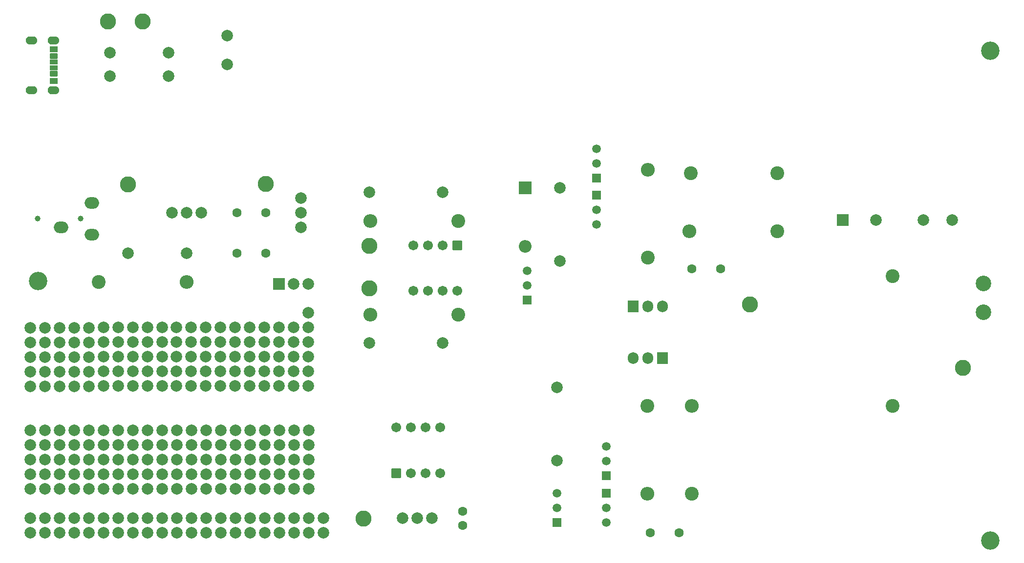
<source format=gbr>
%TF.GenerationSoftware,KiCad,Pcbnew,9.0.4*%
%TF.CreationDate,2025-12-01T10:50:38-05:00*%
%TF.ProjectId,Class D Amplifier V2,436c6173-7320-4442-9041-6d706c696669,rev?*%
%TF.SameCoordinates,Original*%
%TF.FileFunction,Soldermask,Top*%
%TF.FilePolarity,Negative*%
%FSLAX46Y46*%
G04 Gerber Fmt 4.6, Leading zero omitted, Abs format (unit mm)*
G04 Created by KiCad (PCBNEW 9.0.4) date 2025-12-01 10:50:38*
%MOMM*%
%LPD*%
G01*
G04 APERTURE LIST*
G04 Aperture macros list*
%AMRoundRect*
0 Rectangle with rounded corners*
0 $1 Rounding radius*
0 $2 $3 $4 $5 $6 $7 $8 $9 X,Y pos of 4 corners*
0 Add a 4 corners polygon primitive as box body*
4,1,4,$2,$3,$4,$5,$6,$7,$8,$9,$2,$3,0*
0 Add four circle primitives for the rounded corners*
1,1,$1+$1,$2,$3*
1,1,$1+$1,$4,$5*
1,1,$1+$1,$6,$7*
1,1,$1+$1,$8,$9*
0 Add four rect primitives between the rounded corners*
20,1,$1+$1,$2,$3,$4,$5,0*
20,1,$1+$1,$4,$5,$6,$7,0*
20,1,$1+$1,$6,$7,$8,$9,0*
20,1,$1+$1,$8,$9,$2,$3,0*%
G04 Aperture macros list end*
%ADD10C,0.010000*%
%ADD11C,2.400000*%
%ADD12O,2.400000X2.400000*%
%ADD13C,2.000000*%
%ADD14R,1.500000X1.500000*%
%ADD15C,1.500000*%
%ADD16RoundRect,0.102000X-0.750000X0.750000X-0.750000X-0.750000X0.750000X-0.750000X0.750000X0.750000X0*%
%ADD17C,1.704000*%
%ADD18C,3.200000*%
%ADD19C,2.800000*%
%ADD20R,2.200000X2.200000*%
%ADD21O,2.200000X2.200000*%
%ADD22R,2.000000X2.000000*%
%ADD23C,1.600000*%
%ADD24RoundRect,0.102000X-0.600000X0.350000X-0.600000X-0.350000X0.600000X-0.350000X0.600000X0.350000X0*%
%ADD25RoundRect,0.102000X-0.600000X0.380000X-0.600000X-0.380000X0.600000X-0.380000X0.600000X0.380000X0*%
%ADD26RoundRect,0.102000X-0.600000X0.400000X-0.600000X-0.400000X0.600000X-0.400000X0.600000X0.400000X0*%
%ADD27C,0.990600*%
%ADD28O,2.500000X2.000000*%
%ADD29C,2.704000*%
%ADD30RoundRect,0.102000X0.750000X-0.750000X0.750000X0.750000X-0.750000X0.750000X-0.750000X-0.750000X0*%
%ADD31R,1.905000X2.000000*%
%ADD32O,1.905000X2.000000*%
G04 APERTURE END LIST*
D10*
%TO.C,J2*%
X4129000Y-7545000D02*
X4163000Y-7548000D01*
X4197000Y-7552000D01*
X4230000Y-7558000D01*
X4263000Y-7566000D01*
X4296000Y-7576000D01*
X4328000Y-7587000D01*
X4359000Y-7600000D01*
X4390000Y-7615000D01*
X4420000Y-7631000D01*
X4449000Y-7649000D01*
X4477000Y-7668000D01*
X4504000Y-7689000D01*
X4530000Y-7711000D01*
X4555000Y-7734000D01*
X4578000Y-7759000D01*
X4600000Y-7785000D01*
X4621000Y-7812000D01*
X4640000Y-7840000D01*
X4658000Y-7869000D01*
X4674000Y-7899000D01*
X4689000Y-7930000D01*
X4702000Y-7961000D01*
X4713000Y-7993000D01*
X4723000Y-8026000D01*
X4731000Y-8059000D01*
X4737000Y-8092000D01*
X4741000Y-8126000D01*
X4744000Y-8160000D01*
X4745000Y-8194000D01*
X4744000Y-8228000D01*
X4741000Y-8262000D01*
X4737000Y-8296000D01*
X4731000Y-8329000D01*
X4723000Y-8362000D01*
X4713000Y-8395000D01*
X4702000Y-8427000D01*
X4689000Y-8458000D01*
X4674000Y-8489000D01*
X4658000Y-8519000D01*
X4640000Y-8548000D01*
X4621000Y-8576000D01*
X4600000Y-8603000D01*
X4578000Y-8629000D01*
X4555000Y-8654000D01*
X4530000Y-8677000D01*
X4504000Y-8699000D01*
X4477000Y-8720000D01*
X4449000Y-8739000D01*
X4420000Y-8757000D01*
X4390000Y-8773000D01*
X4359000Y-8788000D01*
X4328000Y-8801000D01*
X4296000Y-8812000D01*
X4263000Y-8822000D01*
X4230000Y-8830000D01*
X4197000Y-8836000D01*
X4163000Y-8840000D01*
X4129000Y-8843000D01*
X4095000Y-8844000D01*
X3495000Y-8844000D01*
X3461000Y-8843000D01*
X3427000Y-8840000D01*
X3393000Y-8836000D01*
X3360000Y-8830000D01*
X3327000Y-8822000D01*
X3294000Y-8812000D01*
X3262000Y-8801000D01*
X3231000Y-8788000D01*
X3200000Y-8773000D01*
X3170000Y-8757000D01*
X3141000Y-8739000D01*
X3113000Y-8720000D01*
X3086000Y-8699000D01*
X3060000Y-8677000D01*
X3035000Y-8654000D01*
X3012000Y-8629000D01*
X2990000Y-8603000D01*
X2969000Y-8576000D01*
X2950000Y-8548000D01*
X2932000Y-8519000D01*
X2916000Y-8489000D01*
X2901000Y-8458000D01*
X2888000Y-8427000D01*
X2877000Y-8395000D01*
X2867000Y-8362000D01*
X2859000Y-8329000D01*
X2853000Y-8296000D01*
X2849000Y-8262000D01*
X2846000Y-8228000D01*
X2845000Y-8194000D01*
X2846000Y-8160000D01*
X2849000Y-8126000D01*
X2853000Y-8092000D01*
X2859000Y-8059000D01*
X2867000Y-8026000D01*
X2877000Y-7993000D01*
X2888000Y-7961000D01*
X2901000Y-7930000D01*
X2916000Y-7899000D01*
X2932000Y-7869000D01*
X2950000Y-7840000D01*
X2969000Y-7812000D01*
X2990000Y-7785000D01*
X3012000Y-7759000D01*
X3035000Y-7734000D01*
X3060000Y-7711000D01*
X3086000Y-7689000D01*
X3113000Y-7668000D01*
X3141000Y-7649000D01*
X3170000Y-7631000D01*
X3200000Y-7615000D01*
X3231000Y-7600000D01*
X3262000Y-7587000D01*
X3294000Y-7576000D01*
X3327000Y-7566000D01*
X3360000Y-7558000D01*
X3393000Y-7552000D01*
X3427000Y-7548000D01*
X3461000Y-7545000D01*
X3495000Y-7544000D01*
X4095000Y-7544000D01*
X4129000Y-7545000D01*
G36*
X4129000Y-7545000D02*
G01*
X4163000Y-7548000D01*
X4197000Y-7552000D01*
X4230000Y-7558000D01*
X4263000Y-7566000D01*
X4296000Y-7576000D01*
X4328000Y-7587000D01*
X4359000Y-7600000D01*
X4390000Y-7615000D01*
X4420000Y-7631000D01*
X4449000Y-7649000D01*
X4477000Y-7668000D01*
X4504000Y-7689000D01*
X4530000Y-7711000D01*
X4555000Y-7734000D01*
X4578000Y-7759000D01*
X4600000Y-7785000D01*
X4621000Y-7812000D01*
X4640000Y-7840000D01*
X4658000Y-7869000D01*
X4674000Y-7899000D01*
X4689000Y-7930000D01*
X4702000Y-7961000D01*
X4713000Y-7993000D01*
X4723000Y-8026000D01*
X4731000Y-8059000D01*
X4737000Y-8092000D01*
X4741000Y-8126000D01*
X4744000Y-8160000D01*
X4745000Y-8194000D01*
X4744000Y-8228000D01*
X4741000Y-8262000D01*
X4737000Y-8296000D01*
X4731000Y-8329000D01*
X4723000Y-8362000D01*
X4713000Y-8395000D01*
X4702000Y-8427000D01*
X4689000Y-8458000D01*
X4674000Y-8489000D01*
X4658000Y-8519000D01*
X4640000Y-8548000D01*
X4621000Y-8576000D01*
X4600000Y-8603000D01*
X4578000Y-8629000D01*
X4555000Y-8654000D01*
X4530000Y-8677000D01*
X4504000Y-8699000D01*
X4477000Y-8720000D01*
X4449000Y-8739000D01*
X4420000Y-8757000D01*
X4390000Y-8773000D01*
X4359000Y-8788000D01*
X4328000Y-8801000D01*
X4296000Y-8812000D01*
X4263000Y-8822000D01*
X4230000Y-8830000D01*
X4197000Y-8836000D01*
X4163000Y-8840000D01*
X4129000Y-8843000D01*
X4095000Y-8844000D01*
X3495000Y-8844000D01*
X3461000Y-8843000D01*
X3427000Y-8840000D01*
X3393000Y-8836000D01*
X3360000Y-8830000D01*
X3327000Y-8822000D01*
X3294000Y-8812000D01*
X3262000Y-8801000D01*
X3231000Y-8788000D01*
X3200000Y-8773000D01*
X3170000Y-8757000D01*
X3141000Y-8739000D01*
X3113000Y-8720000D01*
X3086000Y-8699000D01*
X3060000Y-8677000D01*
X3035000Y-8654000D01*
X3012000Y-8629000D01*
X2990000Y-8603000D01*
X2969000Y-8576000D01*
X2950000Y-8548000D01*
X2932000Y-8519000D01*
X2916000Y-8489000D01*
X2901000Y-8458000D01*
X2888000Y-8427000D01*
X2877000Y-8395000D01*
X2867000Y-8362000D01*
X2859000Y-8329000D01*
X2853000Y-8296000D01*
X2849000Y-8262000D01*
X2846000Y-8228000D01*
X2845000Y-8194000D01*
X2846000Y-8160000D01*
X2849000Y-8126000D01*
X2853000Y-8092000D01*
X2859000Y-8059000D01*
X2867000Y-8026000D01*
X2877000Y-7993000D01*
X2888000Y-7961000D01*
X2901000Y-7930000D01*
X2916000Y-7899000D01*
X2932000Y-7869000D01*
X2950000Y-7840000D01*
X2969000Y-7812000D01*
X2990000Y-7785000D01*
X3012000Y-7759000D01*
X3035000Y-7734000D01*
X3060000Y-7711000D01*
X3086000Y-7689000D01*
X3113000Y-7668000D01*
X3141000Y-7649000D01*
X3170000Y-7631000D01*
X3200000Y-7615000D01*
X3231000Y-7600000D01*
X3262000Y-7587000D01*
X3294000Y-7576000D01*
X3327000Y-7566000D01*
X3360000Y-7558000D01*
X3393000Y-7552000D01*
X3427000Y-7548000D01*
X3461000Y-7545000D01*
X3495000Y-7544000D01*
X4095000Y-7544000D01*
X4129000Y-7545000D01*
G37*
X4129000Y-16185000D02*
X4163000Y-16188000D01*
X4197000Y-16192000D01*
X4230000Y-16198000D01*
X4263000Y-16206000D01*
X4296000Y-16216000D01*
X4328000Y-16227000D01*
X4359000Y-16240000D01*
X4390000Y-16255000D01*
X4420000Y-16271000D01*
X4449000Y-16289000D01*
X4477000Y-16308000D01*
X4504000Y-16329000D01*
X4530000Y-16351000D01*
X4555000Y-16374000D01*
X4578000Y-16399000D01*
X4600000Y-16425000D01*
X4621000Y-16452000D01*
X4640000Y-16480000D01*
X4658000Y-16509000D01*
X4674000Y-16539000D01*
X4689000Y-16570000D01*
X4702000Y-16601000D01*
X4713000Y-16633000D01*
X4723000Y-16666000D01*
X4731000Y-16699000D01*
X4737000Y-16732000D01*
X4741000Y-16766000D01*
X4744000Y-16800000D01*
X4745000Y-16834000D01*
X4744000Y-16868000D01*
X4741000Y-16902000D01*
X4737000Y-16936000D01*
X4731000Y-16969000D01*
X4723000Y-17002000D01*
X4713000Y-17035000D01*
X4702000Y-17067000D01*
X4689000Y-17098000D01*
X4674000Y-17129000D01*
X4658000Y-17159000D01*
X4640000Y-17188000D01*
X4621000Y-17216000D01*
X4600000Y-17243000D01*
X4578000Y-17269000D01*
X4555000Y-17294000D01*
X4530000Y-17317000D01*
X4504000Y-17339000D01*
X4477000Y-17360000D01*
X4449000Y-17379000D01*
X4420000Y-17397000D01*
X4390000Y-17413000D01*
X4359000Y-17428000D01*
X4328000Y-17441000D01*
X4296000Y-17452000D01*
X4263000Y-17462000D01*
X4230000Y-17470000D01*
X4197000Y-17476000D01*
X4163000Y-17480000D01*
X4129000Y-17483000D01*
X4095000Y-17484000D01*
X3495000Y-17484000D01*
X3461000Y-17483000D01*
X3427000Y-17480000D01*
X3393000Y-17476000D01*
X3360000Y-17470000D01*
X3327000Y-17462000D01*
X3294000Y-17452000D01*
X3262000Y-17441000D01*
X3231000Y-17428000D01*
X3200000Y-17413000D01*
X3170000Y-17397000D01*
X3141000Y-17379000D01*
X3113000Y-17360000D01*
X3086000Y-17339000D01*
X3060000Y-17317000D01*
X3035000Y-17294000D01*
X3012000Y-17269000D01*
X2990000Y-17243000D01*
X2969000Y-17216000D01*
X2950000Y-17188000D01*
X2932000Y-17159000D01*
X2916000Y-17129000D01*
X2901000Y-17098000D01*
X2888000Y-17067000D01*
X2877000Y-17035000D01*
X2867000Y-17002000D01*
X2859000Y-16969000D01*
X2853000Y-16936000D01*
X2849000Y-16902000D01*
X2846000Y-16868000D01*
X2845000Y-16834000D01*
X2846000Y-16800000D01*
X2849000Y-16766000D01*
X2853000Y-16732000D01*
X2859000Y-16699000D01*
X2867000Y-16666000D01*
X2877000Y-16633000D01*
X2888000Y-16601000D01*
X2901000Y-16570000D01*
X2916000Y-16539000D01*
X2932000Y-16509000D01*
X2950000Y-16480000D01*
X2969000Y-16452000D01*
X2990000Y-16425000D01*
X3012000Y-16399000D01*
X3035000Y-16374000D01*
X3060000Y-16351000D01*
X3086000Y-16329000D01*
X3113000Y-16308000D01*
X3141000Y-16289000D01*
X3170000Y-16271000D01*
X3200000Y-16255000D01*
X3231000Y-16240000D01*
X3262000Y-16227000D01*
X3294000Y-16216000D01*
X3327000Y-16206000D01*
X3360000Y-16198000D01*
X3393000Y-16192000D01*
X3427000Y-16188000D01*
X3461000Y-16185000D01*
X3495000Y-16184000D01*
X4095000Y-16184000D01*
X4129000Y-16185000D01*
G36*
X4129000Y-16185000D02*
G01*
X4163000Y-16188000D01*
X4197000Y-16192000D01*
X4230000Y-16198000D01*
X4263000Y-16206000D01*
X4296000Y-16216000D01*
X4328000Y-16227000D01*
X4359000Y-16240000D01*
X4390000Y-16255000D01*
X4420000Y-16271000D01*
X4449000Y-16289000D01*
X4477000Y-16308000D01*
X4504000Y-16329000D01*
X4530000Y-16351000D01*
X4555000Y-16374000D01*
X4578000Y-16399000D01*
X4600000Y-16425000D01*
X4621000Y-16452000D01*
X4640000Y-16480000D01*
X4658000Y-16509000D01*
X4674000Y-16539000D01*
X4689000Y-16570000D01*
X4702000Y-16601000D01*
X4713000Y-16633000D01*
X4723000Y-16666000D01*
X4731000Y-16699000D01*
X4737000Y-16732000D01*
X4741000Y-16766000D01*
X4744000Y-16800000D01*
X4745000Y-16834000D01*
X4744000Y-16868000D01*
X4741000Y-16902000D01*
X4737000Y-16936000D01*
X4731000Y-16969000D01*
X4723000Y-17002000D01*
X4713000Y-17035000D01*
X4702000Y-17067000D01*
X4689000Y-17098000D01*
X4674000Y-17129000D01*
X4658000Y-17159000D01*
X4640000Y-17188000D01*
X4621000Y-17216000D01*
X4600000Y-17243000D01*
X4578000Y-17269000D01*
X4555000Y-17294000D01*
X4530000Y-17317000D01*
X4504000Y-17339000D01*
X4477000Y-17360000D01*
X4449000Y-17379000D01*
X4420000Y-17397000D01*
X4390000Y-17413000D01*
X4359000Y-17428000D01*
X4328000Y-17441000D01*
X4296000Y-17452000D01*
X4263000Y-17462000D01*
X4230000Y-17470000D01*
X4197000Y-17476000D01*
X4163000Y-17480000D01*
X4129000Y-17483000D01*
X4095000Y-17484000D01*
X3495000Y-17484000D01*
X3461000Y-17483000D01*
X3427000Y-17480000D01*
X3393000Y-17476000D01*
X3360000Y-17470000D01*
X3327000Y-17462000D01*
X3294000Y-17452000D01*
X3262000Y-17441000D01*
X3231000Y-17428000D01*
X3200000Y-17413000D01*
X3170000Y-17397000D01*
X3141000Y-17379000D01*
X3113000Y-17360000D01*
X3086000Y-17339000D01*
X3060000Y-17317000D01*
X3035000Y-17294000D01*
X3012000Y-17269000D01*
X2990000Y-17243000D01*
X2969000Y-17216000D01*
X2950000Y-17188000D01*
X2932000Y-17159000D01*
X2916000Y-17129000D01*
X2901000Y-17098000D01*
X2888000Y-17067000D01*
X2877000Y-17035000D01*
X2867000Y-17002000D01*
X2859000Y-16969000D01*
X2853000Y-16936000D01*
X2849000Y-16902000D01*
X2846000Y-16868000D01*
X2845000Y-16834000D01*
X2846000Y-16800000D01*
X2849000Y-16766000D01*
X2853000Y-16732000D01*
X2859000Y-16699000D01*
X2867000Y-16666000D01*
X2877000Y-16633000D01*
X2888000Y-16601000D01*
X2901000Y-16570000D01*
X2916000Y-16539000D01*
X2932000Y-16509000D01*
X2950000Y-16480000D01*
X2969000Y-16452000D01*
X2990000Y-16425000D01*
X3012000Y-16399000D01*
X3035000Y-16374000D01*
X3060000Y-16351000D01*
X3086000Y-16329000D01*
X3113000Y-16308000D01*
X3141000Y-16289000D01*
X3170000Y-16271000D01*
X3200000Y-16255000D01*
X3231000Y-16240000D01*
X3262000Y-16227000D01*
X3294000Y-16216000D01*
X3327000Y-16206000D01*
X3360000Y-16198000D01*
X3393000Y-16192000D01*
X3427000Y-16188000D01*
X3461000Y-16185000D01*
X3495000Y-16184000D01*
X4095000Y-16184000D01*
X4129000Y-16185000D01*
G37*
X7929000Y-7545000D02*
X7963000Y-7548000D01*
X7997000Y-7552000D01*
X8030000Y-7558000D01*
X8063000Y-7566000D01*
X8096000Y-7576000D01*
X8128000Y-7587000D01*
X8159000Y-7600000D01*
X8190000Y-7615000D01*
X8220000Y-7631000D01*
X8249000Y-7649000D01*
X8277000Y-7668000D01*
X8304000Y-7689000D01*
X8330000Y-7711000D01*
X8355000Y-7734000D01*
X8378000Y-7759000D01*
X8400000Y-7785000D01*
X8421000Y-7812000D01*
X8440000Y-7840000D01*
X8458000Y-7869000D01*
X8474000Y-7899000D01*
X8489000Y-7930000D01*
X8502000Y-7961000D01*
X8513000Y-7993000D01*
X8523000Y-8026000D01*
X8531000Y-8059000D01*
X8537000Y-8092000D01*
X8541000Y-8126000D01*
X8544000Y-8160000D01*
X8545000Y-8194000D01*
X8544000Y-8228000D01*
X8541000Y-8262000D01*
X8537000Y-8296000D01*
X8531000Y-8329000D01*
X8523000Y-8362000D01*
X8513000Y-8395000D01*
X8502000Y-8427000D01*
X8489000Y-8458000D01*
X8474000Y-8489000D01*
X8458000Y-8519000D01*
X8440000Y-8548000D01*
X8421000Y-8576000D01*
X8400000Y-8603000D01*
X8378000Y-8629000D01*
X8355000Y-8654000D01*
X8330000Y-8677000D01*
X8304000Y-8699000D01*
X8277000Y-8720000D01*
X8249000Y-8739000D01*
X8220000Y-8757000D01*
X8190000Y-8773000D01*
X8159000Y-8788000D01*
X8128000Y-8801000D01*
X8096000Y-8812000D01*
X8063000Y-8822000D01*
X8030000Y-8830000D01*
X7997000Y-8836000D01*
X7963000Y-8840000D01*
X7929000Y-8843000D01*
X7895000Y-8844000D01*
X7295000Y-8844000D01*
X7261000Y-8843000D01*
X7227000Y-8840000D01*
X7193000Y-8836000D01*
X7160000Y-8830000D01*
X7127000Y-8822000D01*
X7094000Y-8812000D01*
X7062000Y-8801000D01*
X7031000Y-8788000D01*
X7000000Y-8773000D01*
X6970000Y-8757000D01*
X6941000Y-8739000D01*
X6913000Y-8720000D01*
X6886000Y-8699000D01*
X6860000Y-8677000D01*
X6835000Y-8654000D01*
X6812000Y-8629000D01*
X6790000Y-8603000D01*
X6769000Y-8576000D01*
X6750000Y-8548000D01*
X6732000Y-8519000D01*
X6716000Y-8489000D01*
X6701000Y-8458000D01*
X6688000Y-8427000D01*
X6677000Y-8395000D01*
X6667000Y-8362000D01*
X6659000Y-8329000D01*
X6653000Y-8296000D01*
X6649000Y-8262000D01*
X6646000Y-8228000D01*
X6645000Y-8194000D01*
X6646000Y-8160000D01*
X6649000Y-8126000D01*
X6653000Y-8092000D01*
X6659000Y-8059000D01*
X6667000Y-8026000D01*
X6677000Y-7993000D01*
X6688000Y-7961000D01*
X6701000Y-7930000D01*
X6716000Y-7899000D01*
X6732000Y-7869000D01*
X6750000Y-7840000D01*
X6769000Y-7812000D01*
X6790000Y-7785000D01*
X6812000Y-7759000D01*
X6835000Y-7734000D01*
X6860000Y-7711000D01*
X6886000Y-7689000D01*
X6913000Y-7668000D01*
X6941000Y-7649000D01*
X6970000Y-7631000D01*
X7000000Y-7615000D01*
X7031000Y-7600000D01*
X7062000Y-7587000D01*
X7094000Y-7576000D01*
X7127000Y-7566000D01*
X7160000Y-7558000D01*
X7193000Y-7552000D01*
X7227000Y-7548000D01*
X7261000Y-7545000D01*
X7295000Y-7544000D01*
X7895000Y-7544000D01*
X7929000Y-7545000D01*
G36*
X7929000Y-7545000D02*
G01*
X7963000Y-7548000D01*
X7997000Y-7552000D01*
X8030000Y-7558000D01*
X8063000Y-7566000D01*
X8096000Y-7576000D01*
X8128000Y-7587000D01*
X8159000Y-7600000D01*
X8190000Y-7615000D01*
X8220000Y-7631000D01*
X8249000Y-7649000D01*
X8277000Y-7668000D01*
X8304000Y-7689000D01*
X8330000Y-7711000D01*
X8355000Y-7734000D01*
X8378000Y-7759000D01*
X8400000Y-7785000D01*
X8421000Y-7812000D01*
X8440000Y-7840000D01*
X8458000Y-7869000D01*
X8474000Y-7899000D01*
X8489000Y-7930000D01*
X8502000Y-7961000D01*
X8513000Y-7993000D01*
X8523000Y-8026000D01*
X8531000Y-8059000D01*
X8537000Y-8092000D01*
X8541000Y-8126000D01*
X8544000Y-8160000D01*
X8545000Y-8194000D01*
X8544000Y-8228000D01*
X8541000Y-8262000D01*
X8537000Y-8296000D01*
X8531000Y-8329000D01*
X8523000Y-8362000D01*
X8513000Y-8395000D01*
X8502000Y-8427000D01*
X8489000Y-8458000D01*
X8474000Y-8489000D01*
X8458000Y-8519000D01*
X8440000Y-8548000D01*
X8421000Y-8576000D01*
X8400000Y-8603000D01*
X8378000Y-8629000D01*
X8355000Y-8654000D01*
X8330000Y-8677000D01*
X8304000Y-8699000D01*
X8277000Y-8720000D01*
X8249000Y-8739000D01*
X8220000Y-8757000D01*
X8190000Y-8773000D01*
X8159000Y-8788000D01*
X8128000Y-8801000D01*
X8096000Y-8812000D01*
X8063000Y-8822000D01*
X8030000Y-8830000D01*
X7997000Y-8836000D01*
X7963000Y-8840000D01*
X7929000Y-8843000D01*
X7895000Y-8844000D01*
X7295000Y-8844000D01*
X7261000Y-8843000D01*
X7227000Y-8840000D01*
X7193000Y-8836000D01*
X7160000Y-8830000D01*
X7127000Y-8822000D01*
X7094000Y-8812000D01*
X7062000Y-8801000D01*
X7031000Y-8788000D01*
X7000000Y-8773000D01*
X6970000Y-8757000D01*
X6941000Y-8739000D01*
X6913000Y-8720000D01*
X6886000Y-8699000D01*
X6860000Y-8677000D01*
X6835000Y-8654000D01*
X6812000Y-8629000D01*
X6790000Y-8603000D01*
X6769000Y-8576000D01*
X6750000Y-8548000D01*
X6732000Y-8519000D01*
X6716000Y-8489000D01*
X6701000Y-8458000D01*
X6688000Y-8427000D01*
X6677000Y-8395000D01*
X6667000Y-8362000D01*
X6659000Y-8329000D01*
X6653000Y-8296000D01*
X6649000Y-8262000D01*
X6646000Y-8228000D01*
X6645000Y-8194000D01*
X6646000Y-8160000D01*
X6649000Y-8126000D01*
X6653000Y-8092000D01*
X6659000Y-8059000D01*
X6667000Y-8026000D01*
X6677000Y-7993000D01*
X6688000Y-7961000D01*
X6701000Y-7930000D01*
X6716000Y-7899000D01*
X6732000Y-7869000D01*
X6750000Y-7840000D01*
X6769000Y-7812000D01*
X6790000Y-7785000D01*
X6812000Y-7759000D01*
X6835000Y-7734000D01*
X6860000Y-7711000D01*
X6886000Y-7689000D01*
X6913000Y-7668000D01*
X6941000Y-7649000D01*
X6970000Y-7631000D01*
X7000000Y-7615000D01*
X7031000Y-7600000D01*
X7062000Y-7587000D01*
X7094000Y-7576000D01*
X7127000Y-7566000D01*
X7160000Y-7558000D01*
X7193000Y-7552000D01*
X7227000Y-7548000D01*
X7261000Y-7545000D01*
X7295000Y-7544000D01*
X7895000Y-7544000D01*
X7929000Y-7545000D01*
G37*
X7929000Y-16185000D02*
X7963000Y-16188000D01*
X7997000Y-16192000D01*
X8030000Y-16198000D01*
X8063000Y-16206000D01*
X8096000Y-16216000D01*
X8128000Y-16227000D01*
X8159000Y-16240000D01*
X8190000Y-16255000D01*
X8220000Y-16271000D01*
X8249000Y-16289000D01*
X8277000Y-16308000D01*
X8304000Y-16329000D01*
X8330000Y-16351000D01*
X8355000Y-16374000D01*
X8378000Y-16399000D01*
X8400000Y-16425000D01*
X8421000Y-16452000D01*
X8440000Y-16480000D01*
X8458000Y-16509000D01*
X8474000Y-16539000D01*
X8489000Y-16570000D01*
X8502000Y-16601000D01*
X8513000Y-16633000D01*
X8523000Y-16666000D01*
X8531000Y-16699000D01*
X8537000Y-16732000D01*
X8541000Y-16766000D01*
X8544000Y-16800000D01*
X8545000Y-16834000D01*
X8544000Y-16868000D01*
X8541000Y-16902000D01*
X8537000Y-16936000D01*
X8531000Y-16969000D01*
X8523000Y-17002000D01*
X8513000Y-17035000D01*
X8502000Y-17067000D01*
X8489000Y-17098000D01*
X8474000Y-17129000D01*
X8458000Y-17159000D01*
X8440000Y-17188000D01*
X8421000Y-17216000D01*
X8400000Y-17243000D01*
X8378000Y-17269000D01*
X8355000Y-17294000D01*
X8330000Y-17317000D01*
X8304000Y-17339000D01*
X8277000Y-17360000D01*
X8249000Y-17379000D01*
X8220000Y-17397000D01*
X8190000Y-17413000D01*
X8159000Y-17428000D01*
X8128000Y-17441000D01*
X8096000Y-17452000D01*
X8063000Y-17462000D01*
X8030000Y-17470000D01*
X7997000Y-17476000D01*
X7963000Y-17480000D01*
X7929000Y-17483000D01*
X7895000Y-17484000D01*
X7295000Y-17484000D01*
X7261000Y-17483000D01*
X7227000Y-17480000D01*
X7193000Y-17476000D01*
X7160000Y-17470000D01*
X7127000Y-17462000D01*
X7094000Y-17452000D01*
X7062000Y-17441000D01*
X7031000Y-17428000D01*
X7000000Y-17413000D01*
X6970000Y-17397000D01*
X6941000Y-17379000D01*
X6913000Y-17360000D01*
X6886000Y-17339000D01*
X6860000Y-17317000D01*
X6835000Y-17294000D01*
X6812000Y-17269000D01*
X6790000Y-17243000D01*
X6769000Y-17216000D01*
X6750000Y-17188000D01*
X6732000Y-17159000D01*
X6716000Y-17129000D01*
X6701000Y-17098000D01*
X6688000Y-17067000D01*
X6677000Y-17035000D01*
X6667000Y-17002000D01*
X6659000Y-16969000D01*
X6653000Y-16936000D01*
X6649000Y-16902000D01*
X6646000Y-16868000D01*
X6645000Y-16834000D01*
X6646000Y-16800000D01*
X6649000Y-16766000D01*
X6653000Y-16732000D01*
X6659000Y-16699000D01*
X6667000Y-16666000D01*
X6677000Y-16633000D01*
X6688000Y-16601000D01*
X6701000Y-16570000D01*
X6716000Y-16539000D01*
X6732000Y-16509000D01*
X6750000Y-16480000D01*
X6769000Y-16452000D01*
X6790000Y-16425000D01*
X6812000Y-16399000D01*
X6835000Y-16374000D01*
X6860000Y-16351000D01*
X6886000Y-16329000D01*
X6913000Y-16308000D01*
X6941000Y-16289000D01*
X6970000Y-16271000D01*
X7000000Y-16255000D01*
X7031000Y-16240000D01*
X7062000Y-16227000D01*
X7094000Y-16216000D01*
X7127000Y-16206000D01*
X7160000Y-16198000D01*
X7193000Y-16192000D01*
X7227000Y-16188000D01*
X7261000Y-16185000D01*
X7295000Y-16184000D01*
X7895000Y-16184000D01*
X7929000Y-16185000D01*
G36*
X7929000Y-16185000D02*
G01*
X7963000Y-16188000D01*
X7997000Y-16192000D01*
X8030000Y-16198000D01*
X8063000Y-16206000D01*
X8096000Y-16216000D01*
X8128000Y-16227000D01*
X8159000Y-16240000D01*
X8190000Y-16255000D01*
X8220000Y-16271000D01*
X8249000Y-16289000D01*
X8277000Y-16308000D01*
X8304000Y-16329000D01*
X8330000Y-16351000D01*
X8355000Y-16374000D01*
X8378000Y-16399000D01*
X8400000Y-16425000D01*
X8421000Y-16452000D01*
X8440000Y-16480000D01*
X8458000Y-16509000D01*
X8474000Y-16539000D01*
X8489000Y-16570000D01*
X8502000Y-16601000D01*
X8513000Y-16633000D01*
X8523000Y-16666000D01*
X8531000Y-16699000D01*
X8537000Y-16732000D01*
X8541000Y-16766000D01*
X8544000Y-16800000D01*
X8545000Y-16834000D01*
X8544000Y-16868000D01*
X8541000Y-16902000D01*
X8537000Y-16936000D01*
X8531000Y-16969000D01*
X8523000Y-17002000D01*
X8513000Y-17035000D01*
X8502000Y-17067000D01*
X8489000Y-17098000D01*
X8474000Y-17129000D01*
X8458000Y-17159000D01*
X8440000Y-17188000D01*
X8421000Y-17216000D01*
X8400000Y-17243000D01*
X8378000Y-17269000D01*
X8355000Y-17294000D01*
X8330000Y-17317000D01*
X8304000Y-17339000D01*
X8277000Y-17360000D01*
X8249000Y-17379000D01*
X8220000Y-17397000D01*
X8190000Y-17413000D01*
X8159000Y-17428000D01*
X8128000Y-17441000D01*
X8096000Y-17452000D01*
X8063000Y-17462000D01*
X8030000Y-17470000D01*
X7997000Y-17476000D01*
X7963000Y-17480000D01*
X7929000Y-17483000D01*
X7895000Y-17484000D01*
X7295000Y-17484000D01*
X7261000Y-17483000D01*
X7227000Y-17480000D01*
X7193000Y-17476000D01*
X7160000Y-17470000D01*
X7127000Y-17462000D01*
X7094000Y-17452000D01*
X7062000Y-17441000D01*
X7031000Y-17428000D01*
X7000000Y-17413000D01*
X6970000Y-17397000D01*
X6941000Y-17379000D01*
X6913000Y-17360000D01*
X6886000Y-17339000D01*
X6860000Y-17317000D01*
X6835000Y-17294000D01*
X6812000Y-17269000D01*
X6790000Y-17243000D01*
X6769000Y-17216000D01*
X6750000Y-17188000D01*
X6732000Y-17159000D01*
X6716000Y-17129000D01*
X6701000Y-17098000D01*
X6688000Y-17067000D01*
X6677000Y-17035000D01*
X6667000Y-17002000D01*
X6659000Y-16969000D01*
X6653000Y-16936000D01*
X6649000Y-16902000D01*
X6646000Y-16868000D01*
X6645000Y-16834000D01*
X6646000Y-16800000D01*
X6649000Y-16766000D01*
X6653000Y-16732000D01*
X6659000Y-16699000D01*
X6667000Y-16666000D01*
X6677000Y-16633000D01*
X6688000Y-16601000D01*
X6701000Y-16570000D01*
X6716000Y-16539000D01*
X6732000Y-16509000D01*
X6750000Y-16480000D01*
X6769000Y-16452000D01*
X6790000Y-16425000D01*
X6812000Y-16399000D01*
X6835000Y-16374000D01*
X6860000Y-16351000D01*
X6886000Y-16329000D01*
X6913000Y-16308000D01*
X6941000Y-16289000D01*
X6970000Y-16271000D01*
X7000000Y-16255000D01*
X7031000Y-16240000D01*
X7062000Y-16227000D01*
X7094000Y-16216000D01*
X7127000Y-16206000D01*
X7160000Y-16198000D01*
X7193000Y-16192000D01*
X7227000Y-16188000D01*
X7261000Y-16185000D01*
X7295000Y-16184000D01*
X7895000Y-16184000D01*
X7929000Y-16185000D01*
G37*
%TD*%
D11*
%TO.C,R13*%
X133080000Y-41330000D03*
D12*
X117840000Y-41330000D03*
%TD*%
D13*
%TO.C,R10*%
X94940000Y-68480000D03*
X94940000Y-81180000D03*
%TD*%
D14*
%TO.C,Q6*%
X103440000Y-86790000D03*
D15*
X103440000Y-89330000D03*
X103440000Y-91870000D03*
%TD*%
D16*
%TO.C,U1*%
X77610000Y-43767500D03*
D17*
X75070000Y-43767500D03*
X72530000Y-43767500D03*
X69990000Y-43767500D03*
X69990000Y-51707500D03*
X72530000Y-51707500D03*
X75070000Y-51707500D03*
X77610000Y-51707500D03*
%TD*%
D14*
%TO.C,Q5*%
X103440000Y-83790000D03*
D15*
X103440000Y-81250000D03*
X103440000Y-78710000D03*
%TD*%
D18*
%TO.C,M3*%
X170000000Y-95000000D03*
%TD*%
D13*
%TO.C,R1*%
X30700000Y-45150000D03*
X20540000Y-45150000D03*
%TD*%
D19*
%TO.C,TP5*%
X62425000Y-51232500D03*
%TD*%
D20*
%TO.C,D1*%
X89440000Y-33850000D03*
D21*
X89440000Y-44010000D03*
%TD*%
D13*
%TO.C,R3*%
X17415000Y-14444000D03*
X27575000Y-14444000D03*
%TD*%
%TO.C,C3*%
X37745000Y-7390000D03*
X37745000Y-12390000D03*
%TD*%
D14*
%TO.C,Q3*%
X101790000Y-32100000D03*
D15*
X101790000Y-29560000D03*
X101790000Y-27020000D03*
%TD*%
D22*
%TO.C,SW1*%
X46750000Y-50470000D03*
D13*
X49290000Y-50470000D03*
X51830000Y-50470000D03*
%TD*%
D11*
%TO.C,R7*%
X77810000Y-39557500D03*
D12*
X62570000Y-39557500D03*
%TD*%
D23*
%TO.C,C2*%
X78600000Y-89930000D03*
X78600000Y-92430000D03*
%TD*%
D19*
%TO.C,TP8*%
X17065000Y-4970000D03*
%TD*%
%TO.C,TP9*%
X23065000Y-4970000D03*
%TD*%
D11*
%TO.C,R8*%
X77810000Y-55807500D03*
D12*
X62570000Y-55807500D03*
%TD*%
D11*
%TO.C,R11*%
X110580000Y-71700000D03*
D12*
X110580000Y-86940000D03*
%TD*%
D18*
%TO.C,M3*%
X170000000Y-10000000D03*
%TD*%
D13*
%TO.C,*%
X54410000Y-91110000D03*
%TD*%
D18*
%TO.C,M3*%
X5000000Y-50000000D03*
%TD*%
D24*
%TO.C,J2*%
X7675000Y-12014000D03*
D25*
X7675000Y-14034000D03*
D26*
X7675000Y-15264000D03*
D24*
X7675000Y-13014000D03*
D25*
X7675000Y-10994000D03*
D26*
X7675000Y-9764000D03*
%TD*%
D27*
%TO.C,J1*%
X4890000Y-39180076D03*
X12390000Y-39180076D03*
D28*
X8990000Y-40680200D03*
X14290002Y-36430018D03*
X14290002Y-41930017D03*
%TD*%
D13*
%TO.C,R6*%
X75090000Y-60707500D03*
X62390000Y-60707500D03*
%TD*%
D19*
%TO.C,TP1*%
X20540000Y-33260000D03*
%TD*%
%TO.C,TP7*%
X165270000Y-65040000D03*
%TD*%
D11*
%TO.C,R14*%
X118240000Y-86910000D03*
D12*
X118240000Y-71670000D03*
%TD*%
D13*
%TO.C,*%
X54410000Y-93650000D03*
%TD*%
D14*
%TO.C,Q4*%
X101790000Y-35100000D03*
D15*
X101790000Y-37640000D03*
X101790000Y-40180000D03*
%TD*%
D13*
%TO.C,RV3*%
X68150000Y-91170000D03*
X70690000Y-91170000D03*
X73230000Y-91170000D03*
%TD*%
D23*
%TO.C,C6*%
X116040000Y-93690000D03*
X111040000Y-93690000D03*
%TD*%
D29*
%TO.C,LS1*%
X168840000Y-55390000D03*
X168840000Y-50390000D03*
%TD*%
D11*
%TO.C,R4*%
X15460000Y-50150000D03*
D12*
X30700000Y-50150000D03*
%TD*%
D23*
%TO.C,C1*%
X44430000Y-38150000D03*
X39430000Y-38150000D03*
%TD*%
D13*
%TO.C,Custom Development Area*%
X3610000Y-58090000D03*
X3610000Y-60630000D03*
X3610000Y-63170000D03*
X3610000Y-65710000D03*
X3610000Y-68250000D03*
X3610000Y-75870000D03*
X3610000Y-78410000D03*
X3610000Y-80950000D03*
X3610000Y-83490000D03*
X3610000Y-86030000D03*
X3610000Y-91110000D03*
X3610000Y-93650000D03*
X6150000Y-58090000D03*
X6150000Y-60630000D03*
X6150000Y-63170000D03*
X6150000Y-65710000D03*
X6150000Y-68250000D03*
X6150000Y-75870000D03*
X6150000Y-78410000D03*
X6150000Y-80950000D03*
X6150000Y-83490000D03*
X6150000Y-86030000D03*
X6150000Y-91110000D03*
X6150000Y-93650000D03*
X8690000Y-58090000D03*
X8690000Y-60630000D03*
X8690000Y-63170000D03*
X8690000Y-65710000D03*
X8690000Y-68250000D03*
X8690000Y-75870000D03*
X8690000Y-78410000D03*
X8690000Y-80950000D03*
X8690000Y-83490000D03*
X8690000Y-86030000D03*
X8690000Y-91110000D03*
X8690000Y-93650000D03*
X11230000Y-58090000D03*
X11230000Y-60630000D03*
X11230000Y-63170000D03*
X11230000Y-65710000D03*
X11230000Y-68250000D03*
X11230000Y-75870000D03*
X11230000Y-78410000D03*
X11230000Y-80950000D03*
X11230000Y-83490000D03*
X11230000Y-86030000D03*
X11230000Y-91110000D03*
X11230000Y-93650000D03*
X13770000Y-58090000D03*
X13770000Y-60630000D03*
X13770000Y-63170000D03*
X13770000Y-65710000D03*
X13770000Y-68250000D03*
X13770000Y-75870000D03*
X13770000Y-78410000D03*
X13770000Y-80950000D03*
X13770000Y-83490000D03*
X13770000Y-86030000D03*
X13770000Y-91110000D03*
X13770000Y-93650000D03*
X16310000Y-58070000D03*
X16310000Y-60610000D03*
X16310000Y-63150000D03*
X16310000Y-65690000D03*
X16310000Y-68230000D03*
X16310000Y-75870000D03*
X16310000Y-78410000D03*
X16310000Y-80950000D03*
X16310000Y-83490000D03*
X16310000Y-86030000D03*
X16310000Y-91110000D03*
X16310000Y-93650000D03*
X18850000Y-58070000D03*
X18850000Y-60610000D03*
X18850000Y-63150000D03*
X18850000Y-65690000D03*
X18850000Y-68230000D03*
X18850000Y-75870000D03*
X18850000Y-78410000D03*
X18850000Y-80950000D03*
X18850000Y-83490000D03*
X18850000Y-86030000D03*
X18850000Y-91110000D03*
X18850000Y-93650000D03*
X21390000Y-58070000D03*
X21390000Y-60610000D03*
X21390000Y-63150000D03*
X21390000Y-65690000D03*
X21390000Y-68230000D03*
X21390000Y-75870000D03*
X21390000Y-78410000D03*
X21390000Y-80950000D03*
X21390000Y-83490000D03*
X21390000Y-86030000D03*
X21390000Y-91110000D03*
X21390000Y-93650000D03*
X23930000Y-58070000D03*
X23930000Y-60610000D03*
X23930000Y-63150000D03*
X23930000Y-65690000D03*
X23930000Y-68230000D03*
X23930000Y-75870000D03*
X23930000Y-78410000D03*
X23930000Y-80950000D03*
X23930000Y-83490000D03*
X23930000Y-86030000D03*
X23930000Y-91110000D03*
X23930000Y-93650000D03*
X26470000Y-58070000D03*
X26470000Y-60610000D03*
X26470000Y-63150000D03*
X26470000Y-65690000D03*
X26470000Y-68230000D03*
X26470000Y-75870000D03*
X26470000Y-78410000D03*
X26470000Y-80950000D03*
X26470000Y-83490000D03*
X26470000Y-86030000D03*
X26470000Y-91110000D03*
X26470000Y-93650000D03*
X28960000Y-58070000D03*
X28960000Y-60610000D03*
X28960000Y-63150000D03*
X28960000Y-65690000D03*
X28960000Y-68230000D03*
X29010000Y-75870000D03*
X29010000Y-78410000D03*
X29010000Y-80950000D03*
X29010000Y-83490000D03*
X29010000Y-86030000D03*
X29010000Y-91110000D03*
X29010000Y-93650000D03*
X31500000Y-58070000D03*
X31500000Y-60610000D03*
X31500000Y-63150000D03*
X31500000Y-65690000D03*
X31500000Y-68230000D03*
X31550000Y-75870000D03*
X31550000Y-78410000D03*
X31550000Y-80950000D03*
X31550000Y-83490000D03*
X31550000Y-86030000D03*
X31550000Y-91110000D03*
X31550000Y-93650000D03*
X34040000Y-58070000D03*
X34040000Y-60610000D03*
X34040000Y-63150000D03*
X34040000Y-65690000D03*
X34040000Y-68230000D03*
X34090000Y-75870000D03*
X34090000Y-78410000D03*
X34090000Y-80950000D03*
X34090000Y-83490000D03*
X34090000Y-86030000D03*
X34090000Y-91110000D03*
X34090000Y-93650000D03*
X36580000Y-58070000D03*
X36580000Y-60610000D03*
X36580000Y-63150000D03*
X36580000Y-65690000D03*
X36580000Y-68230000D03*
X36630000Y-75870000D03*
X36630000Y-78410000D03*
X36630000Y-80950000D03*
X36630000Y-83490000D03*
X36630000Y-86030000D03*
X36630000Y-91110000D03*
X36630000Y-93650000D03*
X39120000Y-58070000D03*
X39120000Y-60610000D03*
X39120000Y-63150000D03*
X39120000Y-65690000D03*
X39120000Y-68230000D03*
X39170000Y-75870000D03*
X39170000Y-78410000D03*
X39170000Y-80950000D03*
X39170000Y-83490000D03*
X39170000Y-86030000D03*
X39170000Y-91110000D03*
X39170000Y-93650000D03*
X41660000Y-58050000D03*
X41660000Y-60590000D03*
X41660000Y-63130000D03*
X41660000Y-65670000D03*
X41660000Y-68210000D03*
X41710000Y-75870000D03*
X41710000Y-78410000D03*
X41710000Y-80950000D03*
X41710000Y-83490000D03*
X41710000Y-86030000D03*
X41710000Y-91110000D03*
X41710000Y-93650000D03*
X44200000Y-58050000D03*
X44200000Y-60590000D03*
X44200000Y-63130000D03*
X44200000Y-65670000D03*
X44200000Y-68210000D03*
X44250000Y-75870000D03*
X44250000Y-78410000D03*
X44250000Y-80950000D03*
X44250000Y-83490000D03*
X44250000Y-86030000D03*
X44250000Y-91110000D03*
X44250000Y-93650000D03*
X46740000Y-58050000D03*
X46740000Y-60590000D03*
X46740000Y-63130000D03*
X46740000Y-65670000D03*
X46740000Y-68210000D03*
X46790000Y-75870000D03*
X46790000Y-78410000D03*
X46790000Y-80950000D03*
X46790000Y-83490000D03*
X46790000Y-86030000D03*
X46790000Y-91110000D03*
X46790000Y-93650000D03*
X49280000Y-58050000D03*
X49280000Y-60590000D03*
X49280000Y-63130000D03*
X49280000Y-65670000D03*
X49280000Y-68210000D03*
X49330000Y-75870000D03*
X49330000Y-78410000D03*
X49330000Y-80950000D03*
X49330000Y-83490000D03*
X49330000Y-86030000D03*
X49330000Y-91110000D03*
X49330000Y-93650000D03*
X51820000Y-58050000D03*
X51820000Y-60590000D03*
X51820000Y-63130000D03*
X51820000Y-65670000D03*
X51820000Y-68210000D03*
X51870000Y-75870000D03*
X51870000Y-78410000D03*
X51870000Y-80950000D03*
X51870000Y-83490000D03*
X51870000Y-86030000D03*
X51870000Y-91110000D03*
X51870000Y-93650000D03*
%TD*%
D19*
%TO.C,TP2*%
X44430000Y-33150000D03*
%TD*%
D13*
%TO.C,RV2*%
X50520000Y-40700000D03*
X50520000Y-38160000D03*
X50520000Y-35620000D03*
%TD*%
%TO.C,C9*%
X158420000Y-39390000D03*
X163420000Y-39390000D03*
%TD*%
%TO.C,*%
X51820000Y-55510000D03*
%TD*%
D23*
%TO.C,C5*%
X123240000Y-47880000D03*
X118240000Y-47880000D03*
%TD*%
D13*
%TO.C,R2*%
X17415000Y-10394000D03*
X27575000Y-10394000D03*
%TD*%
D19*
%TO.C,TP3*%
X61410000Y-91190000D03*
%TD*%
D13*
%TO.C,RV1*%
X33240000Y-38140000D03*
X30700000Y-38140000D03*
X28160000Y-38140000D03*
%TD*%
D22*
%TO.C,L1*%
X144408800Y-39380000D03*
D13*
X150200000Y-39380000D03*
%TD*%
D30*
%TO.C,U2*%
X67020000Y-83350000D03*
D17*
X69560000Y-83350000D03*
X72100000Y-83350000D03*
X74640000Y-83350000D03*
X74640000Y-75410000D03*
X72100000Y-75410000D03*
X69560000Y-75410000D03*
X69560000Y-75410000D03*
X67020000Y-75410000D03*
%TD*%
D14*
%TO.C,Q2*%
X94940000Y-91867500D03*
D15*
X94940000Y-89327500D03*
X94940000Y-86787500D03*
%TD*%
D19*
%TO.C,TP6*%
X128340000Y-54080000D03*
%TD*%
D14*
%TO.C,Q1*%
X89740000Y-53280000D03*
D15*
X89740000Y-50740000D03*
X89740000Y-48200000D03*
%TD*%
D13*
%TO.C,R5*%
X75090000Y-34607500D03*
X62390000Y-34607500D03*
%TD*%
D11*
%TO.C,R12*%
X110640000Y-45950000D03*
D12*
X110640000Y-30710000D03*
%TD*%
D31*
%TO.C,Q7*%
X108100000Y-54430000D03*
D32*
X110640000Y-54430000D03*
X113180000Y-54430000D03*
%TD*%
D31*
%TO.C,Q8*%
X113180000Y-63327500D03*
D32*
X110640000Y-63327500D03*
X108100000Y-63327500D03*
%TD*%
D23*
%TO.C,C4*%
X39430000Y-45150000D03*
X44430000Y-45150000D03*
%TD*%
D19*
%TO.C,TP4*%
X62425000Y-43932500D03*
%TD*%
D11*
%TO.C,C7*%
X118080000Y-31280000D03*
X133080000Y-31280000D03*
%TD*%
D13*
%TO.C,R9*%
X95440000Y-33830000D03*
X95440000Y-46530000D03*
%TD*%
D11*
%TO.C,C8*%
X153080000Y-49160000D03*
X153080000Y-71660000D03*
%TD*%
M02*

</source>
